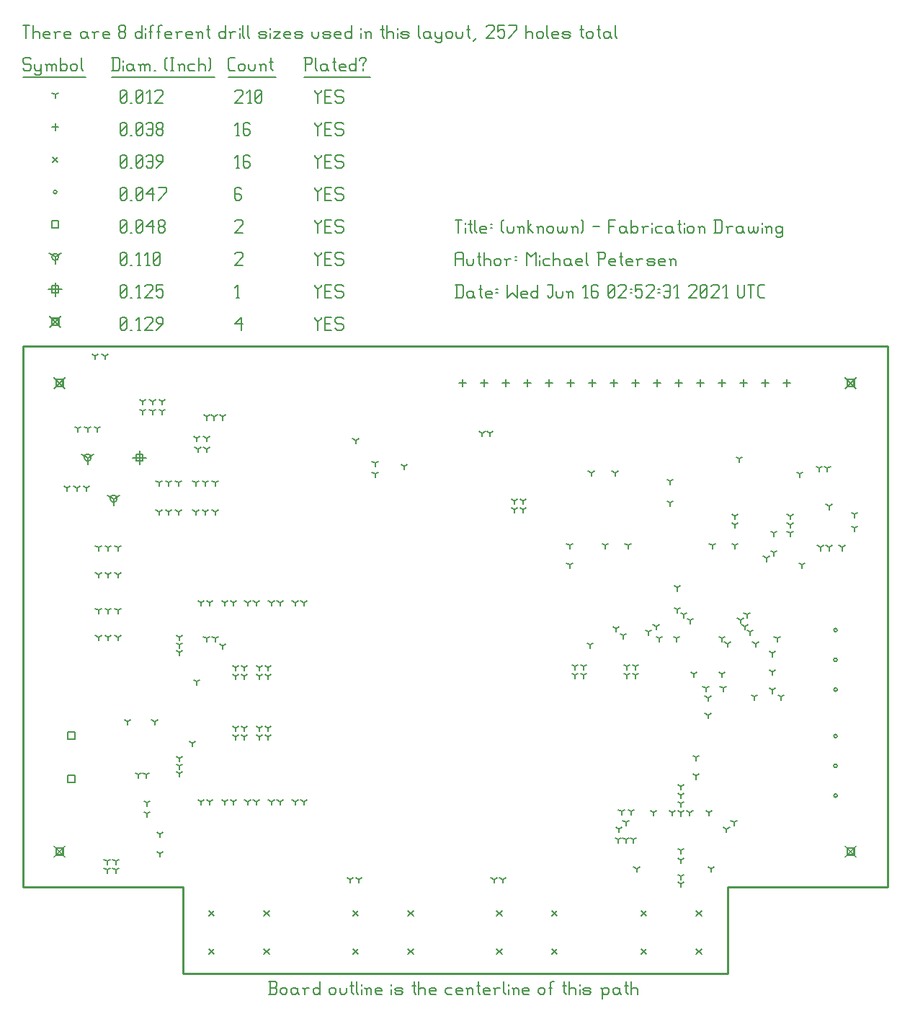
<source format=gbr>
G04 start of page 12 for group -3984 idx -3984 *
G04 Title: (unknown), fab *
G04 Creator: pcb 4.0.2 *
G04 CreationDate: Wed Jun 16 02:52:31 2021 UTC *
G04 For: railfan *
G04 Format: Gerber/RS-274X *
G04 PCB-Dimensions (mil): 4000.00 2900.00 *
G04 PCB-Coordinate-Origin: lower left *
%MOIN*%
%FSLAX25Y25*%
%LNFAB*%
%ADD86C,0.0100*%
%ADD85C,0.0060*%
%ADD84R,0.0080X0.0080*%
%ADD83C,0.0001*%
G54D83*G36*
X380600Y275966D02*X385966Y270600D01*
X385400Y270034D01*
X380034Y275400D01*
X380600Y275966D01*
G37*
G36*
X380034Y270600D02*X385400Y275966D01*
X385966Y275400D01*
X380600Y270034D01*
X380034Y270600D01*
G37*
G54D84*X381400Y274600D02*X384600D01*
X381400D02*Y271400D01*
X384600D01*
Y274600D02*Y271400D01*
G54D83*G36*
X14600Y59466D02*X19966Y54100D01*
X19400Y53534D01*
X14034Y58900D01*
X14600Y59466D01*
G37*
G36*
X14034Y54100D02*X19400Y59466D01*
X19966Y58900D01*
X14600Y53534D01*
X14034Y54100D01*
G37*
G54D84*X15400Y58100D02*X18600D01*
X15400D02*Y54900D01*
X18600D01*
Y58100D02*Y54900D01*
G54D83*G36*
X380600Y59466D02*X385966Y54100D01*
X385400Y53534D01*
X380034Y58900D01*
X380600Y59466D01*
G37*
G36*
X380034Y54100D02*X385400Y59466D01*
X385966Y58900D01*
X380600Y53534D01*
X380034Y54100D01*
G37*
G54D84*X381400Y58100D02*X384600D01*
X381400D02*Y54900D01*
X384600D01*
Y58100D02*Y54900D01*
G54D83*G36*
X14600Y275966D02*X19966Y270600D01*
X19400Y270034D01*
X14034Y275400D01*
X14600Y275966D01*
G37*
G36*
X14034Y270600D02*X19400Y275966D01*
X19966Y275400D01*
X14600Y270034D01*
X14034Y270600D01*
G37*
G54D84*X15400Y274600D02*X18600D01*
X15400D02*Y271400D01*
X18600D01*
Y274600D02*Y271400D01*
G54D83*G36*
X12600Y304216D02*X17966Y298850D01*
X17400Y298284D01*
X12034Y303650D01*
X12600Y304216D01*
G37*
G36*
X12034Y298850D02*X17400Y304216D01*
X17966Y303650D01*
X12600Y298284D01*
X12034Y298850D01*
G37*
G54D84*X13400Y302850D02*X16600D01*
X13400D02*Y299650D01*
X16600D01*
Y302850D02*Y299650D01*
G54D85*X135000Y303500D02*Y302750D01*
X136500Y301250D01*
X138000Y302750D01*
Y303500D02*Y302750D01*
X136500Y301250D02*Y297500D01*
X139800Y300500D02*X142050D01*
X139800Y297500D02*X142800D01*
X139800Y303500D02*Y297500D01*
Y303500D02*X142800D01*
X147600D02*X148350Y302750D01*
X145350Y303500D02*X147600D01*
X144600Y302750D02*X145350Y303500D01*
X144600Y302750D02*Y301250D01*
X145350Y300500D01*
X147600D01*
X148350Y299750D01*
Y298250D01*
X147600Y297500D02*X148350Y298250D01*
X145350Y297500D02*X147600D01*
X144600Y298250D02*X145350Y297500D01*
X98000Y300500D02*X101000Y303500D01*
X98000Y300500D02*X101750D01*
X101000Y303500D02*Y297500D01*
X45000Y298250D02*X45750Y297500D01*
X45000Y302750D02*Y298250D01*
Y302750D02*X45750Y303500D01*
X47250D01*
X48000Y302750D01*
Y298250D01*
X47250Y297500D02*X48000Y298250D01*
X45750Y297500D02*X47250D01*
X45000Y299000D02*X48000Y302000D01*
X49800Y297500D02*X50550D01*
X53100D02*X54600D01*
X53850Y303500D02*Y297500D01*
X52350Y302000D02*X53850Y303500D01*
X56400Y302750D02*X57150Y303500D01*
X59400D01*
X60150Y302750D01*
Y301250D01*
X56400Y297500D02*X60150Y301250D01*
X56400Y297500D02*X60150D01*
X61950D02*X64950Y300500D01*
Y302750D02*Y300500D01*
X64200Y303500D02*X64950Y302750D01*
X62700Y303500D02*X64200D01*
X61950Y302750D02*X62700Y303500D01*
X61950Y302750D02*Y301250D01*
X62700Y300500D01*
X64950D01*
X54000Y241700D02*Y235300D01*
X50800Y238500D02*X57200D01*
X52400Y240100D02*X55600D01*
X52400D02*Y236900D01*
X55600D01*
Y240100D02*Y236900D01*
X15000Y319450D02*Y313050D01*
X11800Y316250D02*X18200D01*
X13400Y317850D02*X16600D01*
X13400D02*Y314650D01*
X16600D01*
Y317850D02*Y314650D01*
X135000Y318500D02*Y317750D01*
X136500Y316250D01*
X138000Y317750D01*
Y318500D02*Y317750D01*
X136500Y316250D02*Y312500D01*
X139800Y315500D02*X142050D01*
X139800Y312500D02*X142800D01*
X139800Y318500D02*Y312500D01*
Y318500D02*X142800D01*
X147600D02*X148350Y317750D01*
X145350Y318500D02*X147600D01*
X144600Y317750D02*X145350Y318500D01*
X144600Y317750D02*Y316250D01*
X145350Y315500D01*
X147600D01*
X148350Y314750D01*
Y313250D01*
X147600Y312500D02*X148350Y313250D01*
X145350Y312500D02*X147600D01*
X144600Y313250D02*X145350Y312500D01*
X98750D02*X100250D01*
X99500Y318500D02*Y312500D01*
X98000Y317000D02*X99500Y318500D01*
X45000Y313250D02*X45750Y312500D01*
X45000Y317750D02*Y313250D01*
Y317750D02*X45750Y318500D01*
X47250D01*
X48000Y317750D01*
Y313250D01*
X47250Y312500D02*X48000Y313250D01*
X45750Y312500D02*X47250D01*
X45000Y314000D02*X48000Y317000D01*
X49800Y312500D02*X50550D01*
X53100D02*X54600D01*
X53850Y318500D02*Y312500D01*
X52350Y317000D02*X53850Y318500D01*
X56400Y317750D02*X57150Y318500D01*
X59400D01*
X60150Y317750D01*
Y316250D01*
X56400Y312500D02*X60150Y316250D01*
X56400Y312500D02*X60150D01*
X61950Y318500D02*X64950D01*
X61950D02*Y315500D01*
X62700Y316250D01*
X64200D01*
X64950Y315500D01*
Y313250D01*
X64200Y312500D02*X64950Y313250D01*
X62700Y312500D02*X64200D01*
X61950Y313250D02*X62700Y312500D01*
X30000Y238500D02*Y235300D01*
Y238500D02*X32773Y240100D01*
X30000Y238500D02*X27227Y240100D01*
X28400Y238500D02*G75*G03X31600Y238500I1600J0D01*G01*
G75*G03X28400Y238500I-1600J0D01*G01*
X42000Y219500D02*Y216300D01*
Y219500D02*X44773Y221100D01*
X42000Y219500D02*X39227Y221100D01*
X40400Y219500D02*G75*G03X43600Y219500I1600J0D01*G01*
G75*G03X40400Y219500I-1600J0D01*G01*
X15000Y331250D02*Y328050D01*
Y331250D02*X17773Y332850D01*
X15000Y331250D02*X12227Y332850D01*
X13400Y331250D02*G75*G03X16600Y331250I1600J0D01*G01*
G75*G03X13400Y331250I-1600J0D01*G01*
X135000Y333500D02*Y332750D01*
X136500Y331250D01*
X138000Y332750D01*
Y333500D02*Y332750D01*
X136500Y331250D02*Y327500D01*
X139800Y330500D02*X142050D01*
X139800Y327500D02*X142800D01*
X139800Y333500D02*Y327500D01*
Y333500D02*X142800D01*
X147600D02*X148350Y332750D01*
X145350Y333500D02*X147600D01*
X144600Y332750D02*X145350Y333500D01*
X144600Y332750D02*Y331250D01*
X145350Y330500D01*
X147600D01*
X148350Y329750D01*
Y328250D01*
X147600Y327500D02*X148350Y328250D01*
X145350Y327500D02*X147600D01*
X144600Y328250D02*X145350Y327500D01*
X98000Y332750D02*X98750Y333500D01*
X101000D01*
X101750Y332750D01*
Y331250D01*
X98000Y327500D02*X101750Y331250D01*
X98000Y327500D02*X101750D01*
X45000Y328250D02*X45750Y327500D01*
X45000Y332750D02*Y328250D01*
Y332750D02*X45750Y333500D01*
X47250D01*
X48000Y332750D01*
Y328250D01*
X47250Y327500D02*X48000Y328250D01*
X45750Y327500D02*X47250D01*
X45000Y329000D02*X48000Y332000D01*
X49800Y327500D02*X50550D01*
X53100D02*X54600D01*
X53850Y333500D02*Y327500D01*
X52350Y332000D02*X53850Y333500D01*
X57150Y327500D02*X58650D01*
X57900Y333500D02*Y327500D01*
X56400Y332000D02*X57900Y333500D01*
X60450Y328250D02*X61200Y327500D01*
X60450Y332750D02*Y328250D01*
Y332750D02*X61200Y333500D01*
X62700D01*
X63450Y332750D01*
Y328250D01*
X62700Y327500D02*X63450Y328250D01*
X61200Y327500D02*X62700D01*
X60450Y329000D02*X63450Y332000D01*
X20900Y111600D02*X24100D01*
X20900D02*Y108400D01*
X24100D01*
Y111600D02*Y108400D01*
X20900Y91600D02*X24100D01*
X20900D02*Y88400D01*
X24100D01*
Y91600D02*Y88400D01*
X13400Y347850D02*X16600D01*
X13400D02*Y344650D01*
X16600D01*
Y347850D02*Y344650D01*
X135000Y348500D02*Y347750D01*
X136500Y346250D01*
X138000Y347750D01*
Y348500D02*Y347750D01*
X136500Y346250D02*Y342500D01*
X139800Y345500D02*X142050D01*
X139800Y342500D02*X142800D01*
X139800Y348500D02*Y342500D01*
Y348500D02*X142800D01*
X147600D02*X148350Y347750D01*
X145350Y348500D02*X147600D01*
X144600Y347750D02*X145350Y348500D01*
X144600Y347750D02*Y346250D01*
X145350Y345500D01*
X147600D01*
X148350Y344750D01*
Y343250D01*
X147600Y342500D02*X148350Y343250D01*
X145350Y342500D02*X147600D01*
X144600Y343250D02*X145350Y342500D01*
X98000Y347750D02*X98750Y348500D01*
X101000D01*
X101750Y347750D01*
Y346250D01*
X98000Y342500D02*X101750Y346250D01*
X98000Y342500D02*X101750D01*
X45000Y343250D02*X45750Y342500D01*
X45000Y347750D02*Y343250D01*
Y347750D02*X45750Y348500D01*
X47250D01*
X48000Y347750D01*
Y343250D01*
X47250Y342500D02*X48000Y343250D01*
X45750Y342500D02*X47250D01*
X45000Y344000D02*X48000Y347000D01*
X49800Y342500D02*X50550D01*
X52350Y343250D02*X53100Y342500D01*
X52350Y347750D02*Y343250D01*
Y347750D02*X53100Y348500D01*
X54600D01*
X55350Y347750D01*
Y343250D01*
X54600Y342500D02*X55350Y343250D01*
X53100Y342500D02*X54600D01*
X52350Y344000D02*X55350Y347000D01*
X57150Y345500D02*X60150Y348500D01*
X57150Y345500D02*X60900D01*
X60150Y348500D02*Y342500D01*
X62700Y343250D02*X63450Y342500D01*
X62700Y344750D02*Y343250D01*
Y344750D02*X63450Y345500D01*
X64950D01*
X65700Y344750D01*
Y343250D01*
X64950Y342500D02*X65700Y343250D01*
X63450Y342500D02*X64950D01*
X62700Y346250D02*X63450Y345500D01*
X62700Y347750D02*Y346250D01*
Y347750D02*X63450Y348500D01*
X64950D01*
X65700Y347750D01*
Y346250D01*
X64950Y345500D02*X65700Y346250D01*
X375200Y82220D02*G75*G03X376800Y82220I800J0D01*G01*
G75*G03X375200Y82220I-800J0D01*G01*
Y96000D02*G75*G03X376800Y96000I800J0D01*G01*
G75*G03X375200Y96000I-800J0D01*G01*
Y109779D02*G75*G03X376800Y109779I800J0D01*G01*
G75*G03X375200Y109779I-800J0D01*G01*
Y131220D02*G75*G03X376800Y131220I800J0D01*G01*
G75*G03X375200Y131220I-800J0D01*G01*
Y145000D02*G75*G03X376800Y145000I800J0D01*G01*
G75*G03X375200Y145000I-800J0D01*G01*
Y158779D02*G75*G03X376800Y158779I800J0D01*G01*
G75*G03X375200Y158779I-800J0D01*G01*
X14200Y361250D02*G75*G03X15800Y361250I800J0D01*G01*
G75*G03X14200Y361250I-800J0D01*G01*
X135000Y363500D02*Y362750D01*
X136500Y361250D01*
X138000Y362750D01*
Y363500D02*Y362750D01*
X136500Y361250D02*Y357500D01*
X139800Y360500D02*X142050D01*
X139800Y357500D02*X142800D01*
X139800Y363500D02*Y357500D01*
Y363500D02*X142800D01*
X147600D02*X148350Y362750D01*
X145350Y363500D02*X147600D01*
X144600Y362750D02*X145350Y363500D01*
X144600Y362750D02*Y361250D01*
X145350Y360500D01*
X147600D01*
X148350Y359750D01*
Y358250D01*
X147600Y357500D02*X148350Y358250D01*
X145350Y357500D02*X147600D01*
X144600Y358250D02*X145350Y357500D01*
X100250Y363500D02*X101000Y362750D01*
X98750Y363500D02*X100250D01*
X98000Y362750D02*X98750Y363500D01*
X98000Y362750D02*Y358250D01*
X98750Y357500D01*
X100250Y360500D02*X101000Y359750D01*
X98000Y360500D02*X100250D01*
X98750Y357500D02*X100250D01*
X101000Y358250D01*
Y359750D02*Y358250D01*
X45000D02*X45750Y357500D01*
X45000Y362750D02*Y358250D01*
Y362750D02*X45750Y363500D01*
X47250D01*
X48000Y362750D01*
Y358250D01*
X47250Y357500D02*X48000Y358250D01*
X45750Y357500D02*X47250D01*
X45000Y359000D02*X48000Y362000D01*
X49800Y357500D02*X50550D01*
X52350Y358250D02*X53100Y357500D01*
X52350Y362750D02*Y358250D01*
Y362750D02*X53100Y363500D01*
X54600D01*
X55350Y362750D01*
Y358250D01*
X54600Y357500D02*X55350Y358250D01*
X53100Y357500D02*X54600D01*
X52350Y359000D02*X55350Y362000D01*
X57150Y360500D02*X60150Y363500D01*
X57150Y360500D02*X60900D01*
X60150Y363500D02*Y357500D01*
X62700D02*X66450Y361250D01*
Y363500D02*Y361250D01*
X62700Y363500D02*X66450D01*
X111595Y11342D02*X113995Y8942D01*
X111595D02*X113995Y11342D01*
X86005D02*X88405Y8942D01*
X86005D02*X88405Y11342D01*
X111595Y29058D02*X113995Y26658D01*
X111595D02*X113995Y29058D01*
X86005D02*X88405Y26658D01*
X86005D02*X88405Y29058D01*
X178295Y11342D02*X180695Y8942D01*
X178295D02*X180695Y11342D01*
X152705D02*X155105Y8942D01*
X152705D02*X155105Y11342D01*
X178295Y29058D02*X180695Y26658D01*
X178295D02*X180695Y29058D01*
X152705D02*X155105Y26658D01*
X152705D02*X155105Y29058D01*
X244895Y11342D02*X247295Y8942D01*
X244895D02*X247295Y11342D01*
X219305D02*X221705Y8942D01*
X219305D02*X221705Y11342D01*
X244895Y29058D02*X247295Y26658D01*
X244895D02*X247295Y29058D01*
X219305D02*X221705Y26658D01*
X219305D02*X221705Y29058D01*
X311595Y11342D02*X313995Y8942D01*
X311595D02*X313995Y11342D01*
X286005D02*X288405Y8942D01*
X286005D02*X288405Y11342D01*
X311595Y29058D02*X313995Y26658D01*
X311595D02*X313995Y29058D01*
X286005D02*X288405Y26658D01*
X286005D02*X288405Y29058D01*
X13800Y377450D02*X16200Y375050D01*
X13800D02*X16200Y377450D01*
X135000Y378500D02*Y377750D01*
X136500Y376250D01*
X138000Y377750D01*
Y378500D02*Y377750D01*
X136500Y376250D02*Y372500D01*
X139800Y375500D02*X142050D01*
X139800Y372500D02*X142800D01*
X139800Y378500D02*Y372500D01*
Y378500D02*X142800D01*
X147600D02*X148350Y377750D01*
X145350Y378500D02*X147600D01*
X144600Y377750D02*X145350Y378500D01*
X144600Y377750D02*Y376250D01*
X145350Y375500D01*
X147600D01*
X148350Y374750D01*
Y373250D01*
X147600Y372500D02*X148350Y373250D01*
X145350Y372500D02*X147600D01*
X144600Y373250D02*X145350Y372500D01*
X98750D02*X100250D01*
X99500Y378500D02*Y372500D01*
X98000Y377000D02*X99500Y378500D01*
X104300D02*X105050Y377750D01*
X102800Y378500D02*X104300D01*
X102050Y377750D02*X102800Y378500D01*
X102050Y377750D02*Y373250D01*
X102800Y372500D01*
X104300Y375500D02*X105050Y374750D01*
X102050Y375500D02*X104300D01*
X102800Y372500D02*X104300D01*
X105050Y373250D01*
Y374750D02*Y373250D01*
X45000D02*X45750Y372500D01*
X45000Y377750D02*Y373250D01*
Y377750D02*X45750Y378500D01*
X47250D01*
X48000Y377750D01*
Y373250D01*
X47250Y372500D02*X48000Y373250D01*
X45750Y372500D02*X47250D01*
X45000Y374000D02*X48000Y377000D01*
X49800Y372500D02*X50550D01*
X52350Y373250D02*X53100Y372500D01*
X52350Y377750D02*Y373250D01*
Y377750D02*X53100Y378500D01*
X54600D01*
X55350Y377750D01*
Y373250D01*
X54600Y372500D02*X55350Y373250D01*
X53100Y372500D02*X54600D01*
X52350Y374000D02*X55350Y377000D01*
X57150Y377750D02*X57900Y378500D01*
X59400D01*
X60150Y377750D01*
Y373250D01*
X59400Y372500D02*X60150Y373250D01*
X57900Y372500D02*X59400D01*
X57150Y373250D02*X57900Y372500D01*
Y375500D02*X60150D01*
X61950Y372500D02*X64950Y375500D01*
Y377750D02*Y375500D01*
X64200Y378500D02*X64950Y377750D01*
X62700Y378500D02*X64200D01*
X61950Y377750D02*X62700Y378500D01*
X61950Y377750D02*Y376250D01*
X62700Y375500D01*
X64950D01*
X353500Y274600D02*Y271400D01*
X351900Y273000D02*X355100D01*
X343500Y274600D02*Y271400D01*
X341900Y273000D02*X345100D01*
X333500Y274600D02*Y271400D01*
X331900Y273000D02*X335100D01*
X323500Y274600D02*Y271400D01*
X321900Y273000D02*X325100D01*
X313500Y274600D02*Y271400D01*
X311900Y273000D02*X315100D01*
X303500Y274600D02*Y271400D01*
X301900Y273000D02*X305100D01*
X293500Y274600D02*Y271400D01*
X291900Y273000D02*X295100D01*
X283500Y274600D02*Y271400D01*
X281900Y273000D02*X285100D01*
X273500Y274600D02*Y271400D01*
X271900Y273000D02*X275100D01*
X263500Y274600D02*Y271400D01*
X261900Y273000D02*X265100D01*
X253500Y274600D02*Y271400D01*
X251900Y273000D02*X255100D01*
X243500Y274600D02*Y271400D01*
X241900Y273000D02*X245100D01*
X233500Y274600D02*Y271400D01*
X231900Y273000D02*X235100D01*
X223500Y274600D02*Y271400D01*
X221900Y273000D02*X225100D01*
X213500Y274600D02*Y271400D01*
X211900Y273000D02*X215100D01*
X203500Y274600D02*Y271400D01*
X201900Y273000D02*X205100D01*
X15000Y392850D02*Y389650D01*
X13400Y391250D02*X16600D01*
X135000Y393500D02*Y392750D01*
X136500Y391250D01*
X138000Y392750D01*
Y393500D02*Y392750D01*
X136500Y391250D02*Y387500D01*
X139800Y390500D02*X142050D01*
X139800Y387500D02*X142800D01*
X139800Y393500D02*Y387500D01*
Y393500D02*X142800D01*
X147600D02*X148350Y392750D01*
X145350Y393500D02*X147600D01*
X144600Y392750D02*X145350Y393500D01*
X144600Y392750D02*Y391250D01*
X145350Y390500D01*
X147600D01*
X148350Y389750D01*
Y388250D01*
X147600Y387500D02*X148350Y388250D01*
X145350Y387500D02*X147600D01*
X144600Y388250D02*X145350Y387500D01*
X98750D02*X100250D01*
X99500Y393500D02*Y387500D01*
X98000Y392000D02*X99500Y393500D01*
X104300D02*X105050Y392750D01*
X102800Y393500D02*X104300D01*
X102050Y392750D02*X102800Y393500D01*
X102050Y392750D02*Y388250D01*
X102800Y387500D01*
X104300Y390500D02*X105050Y389750D01*
X102050Y390500D02*X104300D01*
X102800Y387500D02*X104300D01*
X105050Y388250D01*
Y389750D02*Y388250D01*
X45000D02*X45750Y387500D01*
X45000Y392750D02*Y388250D01*
Y392750D02*X45750Y393500D01*
X47250D01*
X48000Y392750D01*
Y388250D01*
X47250Y387500D02*X48000Y388250D01*
X45750Y387500D02*X47250D01*
X45000Y389000D02*X48000Y392000D01*
X49800Y387500D02*X50550D01*
X52350Y388250D02*X53100Y387500D01*
X52350Y392750D02*Y388250D01*
Y392750D02*X53100Y393500D01*
X54600D01*
X55350Y392750D01*
Y388250D01*
X54600Y387500D02*X55350Y388250D01*
X53100Y387500D02*X54600D01*
X52350Y389000D02*X55350Y392000D01*
X57150Y392750D02*X57900Y393500D01*
X59400D01*
X60150Y392750D01*
Y388250D01*
X59400Y387500D02*X60150Y388250D01*
X57900Y387500D02*X59400D01*
X57150Y388250D02*X57900Y387500D01*
Y390500D02*X60150D01*
X61950Y388250D02*X62700Y387500D01*
X61950Y389750D02*Y388250D01*
Y389750D02*X62700Y390500D01*
X64200D01*
X64950Y389750D01*
Y388250D01*
X64200Y387500D02*X64950Y388250D01*
X62700Y387500D02*X64200D01*
X61950Y391250D02*X62700Y390500D01*
X61950Y392750D02*Y391250D01*
Y392750D02*X62700Y393500D01*
X64200D01*
X64950Y392750D01*
Y391250D01*
X64200Y390500D02*X64950Y391250D01*
X212600Y249800D02*Y248200D01*
Y249800D02*X213987Y250600D01*
X212600Y249800D02*X211213Y250600D01*
X216200Y249800D02*Y248200D01*
Y249800D02*X217587Y250600D01*
X216200Y249800D02*X214813Y250600D01*
X85100Y257400D02*Y255800D01*
Y257400D02*X86487Y258200D01*
X85100Y257400D02*X83713Y258200D01*
X92400Y257400D02*Y255800D01*
Y257400D02*X93787Y258200D01*
X92400Y257400D02*X91013Y258200D01*
X88600Y257400D02*Y255800D01*
Y257400D02*X89987Y258200D01*
X88600Y257400D02*X87213Y258200D01*
X84500Y213500D02*Y211900D01*
Y213500D02*X85887Y214300D01*
X84500Y213500D02*X83113Y214300D01*
X80000Y213500D02*Y211900D01*
Y213500D02*X81387Y214300D01*
X80000Y213500D02*X78613Y214300D01*
X84500Y227000D02*Y225400D01*
Y227000D02*X85887Y227800D01*
X84500Y227000D02*X83113Y227800D01*
X89000Y227000D02*Y225400D01*
Y227000D02*X90387Y227800D01*
X89000Y227000D02*X87613Y227800D01*
X80000Y227000D02*Y225400D01*
Y227000D02*X81387Y227800D01*
X80000Y227000D02*X78613Y227800D01*
X85000Y247500D02*Y245900D01*
Y247500D02*X86387Y248300D01*
X85000Y247500D02*X83613Y248300D01*
X80500Y247500D02*Y245900D01*
Y247500D02*X81887Y248300D01*
X80500Y247500D02*X79113Y248300D01*
X81000Y242500D02*Y240900D01*
Y242500D02*X82387Y243300D01*
X81000Y242500D02*X79613Y243300D01*
X85000Y242500D02*Y240900D01*
Y242500D02*X86387Y243300D01*
X85000Y242500D02*X83613Y243300D01*
X163000Y236000D02*Y234400D01*
Y236000D02*X164387Y236800D01*
X163000Y236000D02*X161613Y236800D01*
X163000Y231000D02*Y229400D01*
Y231000D02*X164387Y231800D01*
X163000Y231000D02*X161613Y231800D01*
X102500Y137500D02*Y135900D01*
Y137500D02*X103887Y138300D01*
X102500Y137500D02*X101113Y138300D01*
X109500Y137500D02*Y135900D01*
Y137500D02*X110887Y138300D01*
X109500Y137500D02*X108113Y138300D01*
X98500Y137500D02*Y135900D01*
Y137500D02*X99887Y138300D01*
X98500Y137500D02*X97113Y138300D01*
X113500Y137500D02*Y135900D01*
Y137500D02*X114887Y138300D01*
X113500Y137500D02*X112113Y138300D01*
X102500Y113500D02*Y111900D01*
Y113500D02*X103887Y114300D01*
X102500Y113500D02*X101113Y114300D01*
X109500Y113500D02*Y111900D01*
Y113500D02*X110887Y114300D01*
X109500Y113500D02*X108113Y114300D01*
X98500Y113500D02*Y111900D01*
Y113500D02*X99887Y114300D01*
X98500Y113500D02*X97113Y114300D01*
X113500Y113500D02*Y111900D01*
Y113500D02*X114887Y114300D01*
X113500Y113500D02*X112113Y114300D01*
X102500Y109500D02*Y107900D01*
Y109500D02*X103887Y110300D01*
X102500Y109500D02*X101113Y110300D01*
X109500Y109500D02*Y107900D01*
Y109500D02*X110887Y110300D01*
X109500Y109500D02*X108113Y110300D01*
X98500Y109500D02*Y107900D01*
Y109500D02*X99887Y110300D01*
X98500Y109500D02*X97113Y110300D01*
X113500Y109500D02*Y107900D01*
Y109500D02*X114887Y110300D01*
X113500Y109500D02*X112113Y110300D01*
X102500Y141500D02*Y139900D01*
Y141500D02*X103887Y142300D01*
X102500Y141500D02*X101113Y142300D01*
X109500Y141500D02*Y139900D01*
Y141500D02*X110887Y142300D01*
X109500Y141500D02*X108113Y142300D01*
X98500Y141500D02*Y139900D01*
Y141500D02*X99887Y142300D01*
X98500Y141500D02*X97113Y142300D01*
X113500Y141500D02*Y139900D01*
Y141500D02*X114887Y142300D01*
X113500Y141500D02*X112113Y142300D01*
X86500Y79500D02*Y77900D01*
Y79500D02*X87887Y80300D01*
X86500Y79500D02*X85113Y80300D01*
X93500Y79500D02*Y77900D01*
Y79500D02*X94887Y80300D01*
X93500Y79500D02*X92113Y80300D01*
X82500Y79500D02*Y77900D01*
Y79500D02*X83887Y80300D01*
X82500Y79500D02*X81113Y80300D01*
X97500Y79500D02*Y77900D01*
Y79500D02*X98887Y80300D01*
X97500Y79500D02*X96113Y80300D01*
X108000Y79500D02*Y77900D01*
Y79500D02*X109387Y80300D01*
X108000Y79500D02*X106613Y80300D01*
X115000Y79500D02*Y77900D01*
Y79500D02*X116387Y80300D01*
X115000Y79500D02*X113613Y80300D01*
X104000Y79500D02*Y77900D01*
Y79500D02*X105387Y80300D01*
X104000Y79500D02*X102613Y80300D01*
X119000Y79500D02*Y77900D01*
Y79500D02*X120387Y80300D01*
X119000Y79500D02*X117613Y80300D01*
X126000Y79500D02*Y77900D01*
Y79500D02*X127387Y80300D01*
X126000Y79500D02*X124613Y80300D01*
X130000Y79500D02*Y77900D01*
Y79500D02*X131387Y80300D01*
X130000Y79500D02*X128613Y80300D01*
X60000Y264500D02*Y262900D01*
Y264500D02*X61387Y265300D01*
X60000Y264500D02*X58613Y265300D01*
X64500Y264500D02*Y262900D01*
Y264500D02*X65887Y265300D01*
X64500Y264500D02*X63113Y265300D01*
X55500Y264500D02*Y262900D01*
Y264500D02*X56887Y265300D01*
X55500Y264500D02*X54113Y265300D01*
X67500Y227000D02*Y225400D01*
Y227000D02*X68887Y227800D01*
X67500Y227000D02*X66113Y227800D01*
X72000Y227000D02*Y225400D01*
Y227000D02*X73387Y227800D01*
X72000Y227000D02*X70613Y227800D01*
X63000Y227000D02*Y225400D01*
Y227000D02*X64387Y227800D01*
X63000Y227000D02*X61613Y227800D01*
X67500Y213500D02*Y211900D01*
Y213500D02*X68887Y214300D01*
X67500Y213500D02*X66113Y214300D01*
X72000Y213500D02*Y211900D01*
Y213500D02*X73387Y214300D01*
X72000Y213500D02*X70613Y214300D01*
X63000Y213500D02*Y211900D01*
Y213500D02*X64387Y214300D01*
X63000Y213500D02*X61613Y214300D01*
X39500Y184500D02*Y182900D01*
Y184500D02*X40887Y185300D01*
X39500Y184500D02*X38113Y185300D01*
X44000Y184500D02*Y182900D01*
Y184500D02*X45387Y185300D01*
X44000Y184500D02*X42613Y185300D01*
X35000Y184500D02*Y182900D01*
Y184500D02*X36387Y185300D01*
X35000Y184500D02*X33613Y185300D01*
X39500Y155500D02*Y153900D01*
Y155500D02*X40887Y156300D01*
X39500Y155500D02*X38113Y156300D01*
X44000Y155500D02*Y153900D01*
Y155500D02*X45387Y156300D01*
X44000Y155500D02*X42613Y156300D01*
X35000Y155500D02*Y153900D01*
Y155500D02*X36387Y156300D01*
X35000Y155500D02*X33613Y156300D01*
X39500Y168000D02*Y166400D01*
Y168000D02*X40887Y168800D01*
X39500Y168000D02*X38113Y168800D01*
X44000Y168000D02*Y166400D01*
Y168000D02*X45387Y168800D01*
X44000Y168000D02*X42613Y168800D01*
X35000Y168000D02*Y166400D01*
Y168000D02*X36387Y168800D01*
X35000Y168000D02*X33613Y168800D01*
X39500Y197000D02*Y195400D01*
Y197000D02*X40887Y197800D01*
X39500Y197000D02*X38113Y197800D01*
X44000Y197000D02*Y195400D01*
Y197000D02*X45387Y197800D01*
X44000Y197000D02*X42613Y197800D01*
X35000Y197000D02*Y195400D01*
Y197000D02*X36387Y197800D01*
X35000Y197000D02*X33613Y197800D01*
X60000Y260000D02*Y258400D01*
Y260000D02*X61387Y260800D01*
X60000Y260000D02*X58613Y260800D01*
X64500Y260000D02*Y258400D01*
Y260000D02*X65887Y260800D01*
X64500Y260000D02*X63113Y260800D01*
X55500Y260000D02*Y258400D01*
Y260000D02*X56887Y260800D01*
X55500Y260000D02*X54113Y260800D01*
X86500Y171500D02*Y169900D01*
Y171500D02*X87887Y172300D01*
X86500Y171500D02*X85113Y172300D01*
X93500Y171500D02*Y169900D01*
Y171500D02*X94887Y172300D01*
X93500Y171500D02*X92113Y172300D01*
X82500Y171500D02*Y169900D01*
Y171500D02*X83887Y172300D01*
X82500Y171500D02*X81113Y172300D01*
X97500Y171500D02*Y169900D01*
Y171500D02*X98887Y172300D01*
X97500Y171500D02*X96113Y172300D01*
X108000Y171500D02*Y169900D01*
Y171500D02*X109387Y172300D01*
X108000Y171500D02*X106613Y172300D01*
X115000Y171500D02*Y169900D01*
Y171500D02*X116387Y172300D01*
X115000Y171500D02*X113613Y172300D01*
X104000Y171500D02*Y169900D01*
Y171500D02*X105387Y172300D01*
X104000Y171500D02*X102613Y172300D01*
X119000Y171500D02*Y169900D01*
Y171500D02*X120387Y172300D01*
X119000Y171500D02*X117613Y172300D01*
X126000Y171500D02*Y169900D01*
Y171500D02*X127387Y172300D01*
X126000Y171500D02*X124613Y172300D01*
X130000Y171500D02*Y169900D01*
Y171500D02*X131387Y172300D01*
X130000Y171500D02*X128613Y172300D01*
X57500Y74000D02*Y72400D01*
Y74000D02*X58887Y74800D01*
X57500Y74000D02*X56113Y74800D01*
X89000Y213500D02*Y211900D01*
Y213500D02*X90387Y214300D01*
X89000Y213500D02*X87613Y214300D01*
X57500Y79000D02*Y77400D01*
Y79000D02*X58887Y79800D01*
X57500Y79000D02*X56113Y79800D01*
X30000Y252000D02*Y250400D01*
Y252000D02*X31387Y252800D01*
X30000Y252000D02*X28613Y252800D01*
X34500Y252000D02*Y250400D01*
Y252000D02*X35887Y252800D01*
X34500Y252000D02*X33113Y252800D01*
X25500Y252000D02*Y250400D01*
Y252000D02*X26887Y252800D01*
X25500Y252000D02*X24113Y252800D01*
X25000Y224500D02*Y222900D01*
Y224500D02*X26387Y225300D01*
X25000Y224500D02*X23613Y225300D01*
X29500Y224500D02*Y222900D01*
Y224500D02*X30887Y225300D01*
X29500Y224500D02*X28113Y225300D01*
X20500Y224500D02*Y222900D01*
Y224500D02*X21887Y225300D01*
X20500Y224500D02*X19113Y225300D01*
X38000Y285500D02*Y283900D01*
Y285500D02*X39387Y286300D01*
X38000Y285500D02*X36613Y286300D01*
X33500Y285500D02*Y283900D01*
Y285500D02*X34887Y286300D01*
X33500Y285500D02*X32113Y286300D01*
X72500Y99500D02*Y97900D01*
Y99500D02*X73887Y100300D01*
X72500Y99500D02*X71113Y100300D01*
X72500Y96000D02*Y94400D01*
Y96000D02*X73887Y96800D01*
X72500Y96000D02*X71113Y96800D01*
X72500Y92500D02*Y90900D01*
Y92500D02*X73887Y93300D01*
X72500Y92500D02*X71113Y93300D01*
X302700Y168300D02*Y166700D01*
Y168300D02*X304087Y169100D01*
X302700Y168300D02*X301313Y169100D01*
X329400Y198000D02*Y196400D01*
Y198000D02*X330787Y198800D01*
X329400Y198000D02*X328013Y198800D01*
X299500Y227700D02*Y226100D01*
Y227700D02*X300887Y228500D01*
X299500Y227700D02*X298113Y228500D01*
X280000Y198000D02*Y196400D01*
Y198000D02*X281387Y198800D01*
X280000Y198000D02*X278613Y198800D01*
X269500Y198000D02*Y196400D01*
Y198000D02*X270887Y198800D01*
X269500Y198000D02*X268113Y198800D01*
X302700Y178400D02*Y176800D01*
Y178400D02*X304087Y179200D01*
X302700Y178400D02*X301313Y179200D01*
X299500Y217600D02*Y216000D01*
Y217600D02*X300887Y218400D01*
X299500Y217600D02*X298113Y218400D01*
X319000Y198000D02*Y196400D01*
Y198000D02*X320387Y198800D01*
X319000Y198000D02*X317613Y198800D01*
X253000Y198000D02*Y196400D01*
Y198000D02*X254387Y198800D01*
X253000Y198000D02*X251613Y198800D01*
X253000Y189000D02*Y187400D01*
Y189000D02*X254387Y189800D01*
X253000Y189000D02*X251613Y189800D01*
X263000Y231500D02*Y229900D01*
Y231500D02*X264387Y232300D01*
X263000Y231500D02*X261613Y232300D01*
X274000Y231500D02*Y229900D01*
Y231500D02*X275387Y232300D01*
X274000Y231500D02*X272613Y232300D01*
X154000Y246500D02*Y244900D01*
Y246500D02*X155387Y247300D01*
X154000Y246500D02*X152613Y247300D01*
X176500Y234500D02*Y232900D01*
Y234500D02*X177887Y235300D01*
X176500Y234500D02*X175113Y235300D01*
X317000Y119500D02*Y117900D01*
Y119500D02*X318387Y120300D01*
X317000Y119500D02*X315613Y120300D01*
X317000Y127500D02*Y125900D01*
Y127500D02*X318387Y128300D01*
X317000Y127500D02*X315613Y128300D01*
X316000Y132000D02*Y130400D01*
Y132000D02*X317387Y132800D01*
X316000Y132000D02*X314613Y132800D01*
X305800Y166000D02*Y164400D01*
Y166000D02*X307187Y166800D01*
X305800Y166000D02*X304413Y166800D01*
X308900Y163300D02*Y161700D01*
Y163300D02*X310287Y164100D01*
X308900Y163300D02*X307513Y164100D01*
X304500Y82500D02*Y80900D01*
Y82500D02*X305887Y83300D01*
X304500Y82500D02*X303113Y83300D01*
X304500Y78700D02*Y77100D01*
Y78700D02*X305887Y79500D01*
X304500Y78700D02*X303113Y79500D01*
X304500Y86500D02*Y84900D01*
Y86500D02*X305887Y87300D01*
X304500Y86500D02*X303113Y87300D01*
X308600Y74500D02*Y72900D01*
Y74500D02*X309987Y75300D01*
X308600Y74500D02*X307213Y75300D01*
X300400Y74500D02*Y72900D01*
Y74500D02*X301787Y75300D01*
X300400Y74500D02*X299013Y75300D01*
X291700Y74500D02*Y72900D01*
Y74500D02*X293087Y75300D01*
X291700Y74500D02*X290313Y75300D01*
X317500Y74500D02*Y72900D01*
Y74500D02*X318887Y75300D01*
X317500Y74500D02*X316113Y75300D01*
X311500Y100000D02*Y98400D01*
Y100000D02*X312887Y100800D01*
X311500Y100000D02*X310113Y100800D01*
X284000Y48500D02*Y46900D01*
Y48500D02*X285387Y49300D01*
X284000Y48500D02*X282613Y49300D01*
X318500Y48500D02*Y46900D01*
Y48500D02*X319887Y49300D01*
X318500Y48500D02*X317113Y49300D01*
X304500Y74400D02*Y72800D01*
Y74400D02*X305887Y75200D01*
X304500Y74400D02*X303113Y75200D01*
X274500Y159500D02*Y157900D01*
Y159500D02*X275887Y160300D01*
X274500Y159500D02*X273113Y160300D01*
X277800Y156300D02*Y154700D01*
Y156300D02*X279187Y157100D01*
X277800Y156300D02*X276413Y157100D01*
X282500Y62000D02*Y60400D01*
Y62000D02*X283887Y62800D01*
X282500Y62000D02*X281113Y62800D01*
X279000Y62000D02*Y60400D01*
Y62000D02*X280387Y62800D01*
X279000Y62000D02*X277613Y62800D01*
X275500Y62000D02*Y60400D01*
Y62000D02*X276887Y62800D01*
X275500Y62000D02*X274113Y62800D01*
X262500Y152000D02*Y150400D01*
Y152000D02*X263887Y152800D01*
X262500Y152000D02*X261113Y152800D01*
X294500Y155000D02*Y153400D01*
Y155000D02*X295887Y155800D01*
X294500Y155000D02*X293113Y155800D01*
X355000Y207500D02*Y205900D01*
Y207500D02*X356387Y208300D01*
X355000Y207500D02*X353613Y208300D01*
X279500Y142000D02*Y140400D01*
Y142000D02*X280887Y142800D01*
X279500Y142000D02*X278113Y142800D01*
X283500Y142000D02*Y140400D01*
Y142000D02*X284887Y142800D01*
X283500Y142000D02*X282113Y142800D01*
X279500Y138000D02*Y136400D01*
Y138000D02*X280887Y138800D01*
X279500Y138000D02*X278113Y138800D01*
X283500Y138000D02*Y136400D01*
Y138000D02*X284887Y138800D01*
X283500Y138000D02*X282113Y138800D01*
X255500Y142000D02*Y140400D01*
Y142000D02*X256887Y142800D01*
X255500Y142000D02*X254113Y142800D01*
X259500Y142000D02*Y140400D01*
Y142000D02*X260887Y142800D01*
X259500Y142000D02*X258113Y142800D01*
X255500Y138000D02*Y136400D01*
Y138000D02*X256887Y138800D01*
X255500Y138000D02*X254113Y138800D01*
X259500Y138000D02*Y136400D01*
Y138000D02*X260887Y138800D01*
X259500Y138000D02*X258113Y138800D01*
X277000Y75000D02*Y73400D01*
Y75000D02*X278387Y75800D01*
X277000Y75000D02*X275613Y75800D01*
X227500Y218500D02*Y216900D01*
Y218500D02*X228887Y219300D01*
X227500Y218500D02*X226113Y219300D01*
X231500Y218500D02*Y216900D01*
Y218500D02*X232887Y219300D01*
X231500Y218500D02*X230113Y219300D01*
X227500Y214500D02*Y212900D01*
Y214500D02*X228887Y215300D01*
X227500Y214500D02*X226113Y215300D01*
X231500Y214500D02*Y212900D01*
Y214500D02*X232887Y215300D01*
X231500Y214500D02*X230113Y215300D01*
X39000Y52000D02*Y50400D01*
Y52000D02*X40387Y52800D01*
X39000Y52000D02*X37613Y52800D01*
X43000Y52000D02*Y50400D01*
Y52000D02*X44387Y52800D01*
X43000Y52000D02*X41613Y52800D01*
X39000Y48000D02*Y46400D01*
Y48000D02*X40387Y48800D01*
X39000Y48000D02*X37613Y48800D01*
X43000Y48000D02*Y46400D01*
Y48000D02*X44387Y48800D01*
X43000Y48000D02*X41613Y48800D01*
X218000Y43500D02*Y41900D01*
Y43500D02*X219387Y44300D01*
X218000Y43500D02*X216613Y44300D01*
X222000Y43500D02*Y41900D01*
Y43500D02*X223387Y44300D01*
X222000Y43500D02*X220613Y44300D01*
X151500Y43500D02*Y41900D01*
Y43500D02*X152887Y44300D01*
X151500Y43500D02*X150113Y44300D01*
X155500Y43500D02*Y41900D01*
Y43500D02*X156887Y44300D01*
X155500Y43500D02*X154113Y44300D01*
X329500Y207500D02*Y205900D01*
Y207500D02*X330887Y208300D01*
X329500Y207500D02*X328113Y208300D01*
X63500Y64500D02*Y62900D01*
Y64500D02*X64887Y65300D01*
X63500Y64500D02*X62113Y65300D01*
X63500Y55500D02*Y53900D01*
Y55500D02*X64887Y56300D01*
X63500Y55500D02*X62113Y56300D01*
X289500Y158000D02*Y156400D01*
Y158000D02*X290887Y158800D01*
X289500Y158000D02*X288113Y158800D01*
X293000Y160500D02*Y158900D01*
Y160500D02*X294387Y161300D01*
X293000Y160500D02*X291613Y161300D01*
X329000Y70000D02*Y68400D01*
Y70000D02*X330387Y70800D01*
X329000Y70000D02*X327613Y70800D01*
X325600Y66800D02*Y65200D01*
Y66800D02*X326987Y67600D01*
X325600Y66800D02*X324213Y67600D01*
X275700Y66800D02*Y65200D01*
Y66800D02*X277087Y67600D01*
X275700Y66800D02*X274313Y67600D01*
X279000Y70000D02*Y68400D01*
Y70000D02*X280387Y70800D01*
X279000Y70000D02*X277613Y70800D01*
X281500Y75000D02*Y73400D01*
Y75000D02*X282887Y75800D01*
X281500Y75000D02*X280113Y75800D01*
X78500Y106500D02*Y104900D01*
Y106500D02*X79887Y107300D01*
X78500Y106500D02*X77113Y107300D01*
X80500Y135000D02*Y133400D01*
Y135000D02*X81887Y135800D01*
X80500Y135000D02*X79113Y135800D01*
X329500Y211500D02*Y209900D01*
Y211500D02*X330887Y212300D01*
X329500Y211500D02*X328113Y212300D01*
X355000Y211500D02*Y209900D01*
Y211500D02*X356387Y212300D01*
X355000Y211500D02*X353613Y212300D01*
X336500Y158000D02*Y156400D01*
Y158000D02*X337887Y158800D01*
X336500Y158000D02*X335113Y158800D01*
X335000Y166000D02*Y164400D01*
Y166000D02*X336387Y166800D01*
X335000Y166000D02*X333613Y166800D01*
X304500Y41500D02*Y39900D01*
Y41500D02*X305887Y42300D01*
X304500Y41500D02*X303113Y42300D01*
X304500Y45000D02*Y43400D01*
Y45000D02*X305887Y45800D01*
X304500Y45000D02*X303113Y45800D01*
X304500Y52500D02*Y50900D01*
Y52500D02*X305887Y53300D01*
X304500Y52500D02*X303113Y53300D01*
X304500Y57000D02*Y55400D01*
Y57000D02*X305887Y57800D01*
X304500Y57000D02*X303113Y57800D01*
X331500Y238000D02*Y236400D01*
Y238000D02*X332887Y238800D01*
X331500Y238000D02*X330113Y238800D01*
X368506Y233594D02*Y231994D01*
Y233594D02*X369892Y234394D01*
X368506Y233594D02*X367119Y234394D01*
X372300Y233600D02*Y232000D01*
Y233600D02*X373687Y234400D01*
X372300Y233600D02*X370913Y234400D01*
X384700Y212200D02*Y210600D01*
Y212200D02*X386087Y213000D01*
X384700Y212200D02*X383313Y213000D01*
X384700Y206000D02*Y204400D01*
Y206000D02*X386087Y206800D01*
X384700Y206000D02*X383313Y206800D01*
X347500Y194600D02*Y193000D01*
Y194600D02*X348887Y195400D01*
X347500Y194600D02*X346113Y195400D01*
X369000Y197100D02*Y195500D01*
Y197100D02*X370387Y197900D01*
X369000Y197100D02*X367613Y197900D01*
X379000Y197100D02*Y195500D01*
Y197100D02*X380387Y197900D01*
X379000Y197100D02*X377613Y197900D01*
X344000Y192100D02*Y190500D01*
Y192100D02*X345387Y192900D01*
X344000Y192100D02*X342613Y192900D01*
X373000Y197100D02*Y195500D01*
Y197100D02*X374387Y197900D01*
X373000Y197100D02*X371613Y197900D01*
X373000Y216100D02*Y214500D01*
Y216100D02*X374387Y216900D01*
X373000Y216100D02*X371613Y216900D01*
X355000Y203600D02*Y202000D01*
Y203600D02*X356387Y204400D01*
X355000Y203600D02*X353613Y204400D01*
X347500Y203600D02*Y202000D01*
Y203600D02*X348887Y204400D01*
X347500Y203600D02*X346113Y204400D01*
X359500Y231000D02*Y229400D01*
Y231000D02*X360887Y231800D01*
X359500Y231000D02*X358113Y231800D01*
X360500Y189000D02*Y187400D01*
Y189000D02*X361887Y189800D01*
X360500Y189000D02*X359113Y189800D01*
X338500Y128000D02*Y126400D01*
Y128000D02*X339887Y128800D01*
X338500Y128000D02*X337113Y128800D01*
X332000Y163500D02*Y161900D01*
Y163500D02*X333387Y164300D01*
X332000Y163500D02*X330613Y164300D01*
X48500Y116500D02*Y114900D01*
Y116500D02*X49887Y117300D01*
X48500Y116500D02*X47113Y117300D01*
X61000Y116500D02*Y114900D01*
Y116500D02*X62387Y117300D01*
X61000Y116500D02*X59613Y117300D01*
X53500Y92000D02*Y90400D01*
Y92000D02*X54887Y92800D01*
X53500Y92000D02*X52113Y92800D01*
X89000Y155000D02*Y153400D01*
Y155000D02*X90387Y155800D01*
X89000Y155000D02*X87613Y155800D01*
X85000Y155000D02*Y153400D01*
Y155000D02*X86387Y155800D01*
X85000Y155000D02*X83613Y155800D01*
X92500Y151500D02*Y149900D01*
Y151500D02*X93887Y152300D01*
X92500Y151500D02*X91113Y152300D01*
X72500Y155500D02*Y153900D01*
Y155500D02*X73887Y156300D01*
X72500Y155500D02*X71113Y156300D01*
X72500Y152000D02*Y150400D01*
Y152000D02*X73887Y152800D01*
X72500Y152000D02*X71113Y152800D01*
X72500Y148500D02*Y146900D01*
Y148500D02*X73887Y149300D01*
X72500Y148500D02*X71113Y149300D01*
X57000Y92000D02*Y90400D01*
Y92000D02*X58387Y92800D01*
X57000Y92000D02*X55613Y92800D01*
X334000Y160500D02*Y158900D01*
Y160500D02*X335387Y161300D01*
X334000Y160500D02*X332613Y161300D01*
X302500Y155000D02*Y153400D01*
Y155000D02*X303887Y155800D01*
X302500Y155000D02*X301113Y155800D01*
X310500Y138500D02*Y136900D01*
Y138500D02*X311887Y139300D01*
X310500Y138500D02*X309113Y139300D01*
X323500Y155000D02*Y153400D01*
Y155000D02*X324887Y155800D01*
X323500Y155000D02*X322113Y155800D01*
X349000Y155000D02*Y153400D01*
Y155000D02*X350387Y155800D01*
X349000Y155000D02*X347613Y155800D01*
X323500Y138500D02*Y136900D01*
Y138500D02*X324887Y139300D01*
X323500Y138500D02*X322113Y139300D01*
X326000Y152500D02*Y150900D01*
Y152500D02*X327387Y153300D01*
X326000Y152500D02*X324613Y153300D01*
X324000Y132000D02*Y130400D01*
Y132000D02*X325387Y132800D01*
X324000Y132000D02*X322613Y132800D01*
X339000Y152500D02*Y150900D01*
Y152500D02*X340387Y153300D01*
X339000Y152500D02*X337613Y153300D01*
X350700Y128000D02*Y126400D01*
Y128000D02*X352087Y128800D01*
X350700Y128000D02*X349313Y128800D01*
X311500Y91400D02*Y89800D01*
Y91400D02*X312887Y92200D01*
X311500Y91400D02*X310113Y92200D01*
X346800Y139500D02*Y137900D01*
Y139500D02*X348187Y140300D01*
X346800Y139500D02*X345413Y140300D01*
X346800Y131100D02*Y129500D01*
Y131100D02*X348187Y131900D01*
X346800Y131100D02*X345413Y131900D01*
X346800Y148100D02*Y146500D01*
Y148100D02*X348187Y148900D01*
X346800Y148100D02*X345413Y148900D01*
X15000Y406250D02*Y404650D01*
Y406250D02*X16387Y407050D01*
X15000Y406250D02*X13613Y407050D01*
X135000Y408500D02*Y407750D01*
X136500Y406250D01*
X138000Y407750D01*
Y408500D02*Y407750D01*
X136500Y406250D02*Y402500D01*
X139800Y405500D02*X142050D01*
X139800Y402500D02*X142800D01*
X139800Y408500D02*Y402500D01*
Y408500D02*X142800D01*
X147600D02*X148350Y407750D01*
X145350Y408500D02*X147600D01*
X144600Y407750D02*X145350Y408500D01*
X144600Y407750D02*Y406250D01*
X145350Y405500D01*
X147600D01*
X148350Y404750D01*
Y403250D01*
X147600Y402500D02*X148350Y403250D01*
X145350Y402500D02*X147600D01*
X144600Y403250D02*X145350Y402500D01*
X98000Y407750D02*X98750Y408500D01*
X101000D01*
X101750Y407750D01*
Y406250D01*
X98000Y402500D02*X101750Y406250D01*
X98000Y402500D02*X101750D01*
X104300D02*X105800D01*
X105050Y408500D02*Y402500D01*
X103550Y407000D02*X105050Y408500D01*
X107600Y403250D02*X108350Y402500D01*
X107600Y407750D02*Y403250D01*
Y407750D02*X108350Y408500D01*
X109850D01*
X110600Y407750D01*
Y403250D01*
X109850Y402500D02*X110600Y403250D01*
X108350Y402500D02*X109850D01*
X107600Y404000D02*X110600Y407000D01*
X45000Y403250D02*X45750Y402500D01*
X45000Y407750D02*Y403250D01*
Y407750D02*X45750Y408500D01*
X47250D01*
X48000Y407750D01*
Y403250D01*
X47250Y402500D02*X48000Y403250D01*
X45750Y402500D02*X47250D01*
X45000Y404000D02*X48000Y407000D01*
X49800Y402500D02*X50550D01*
X52350Y403250D02*X53100Y402500D01*
X52350Y407750D02*Y403250D01*
Y407750D02*X53100Y408500D01*
X54600D01*
X55350Y407750D01*
Y403250D01*
X54600Y402500D02*X55350Y403250D01*
X53100Y402500D02*X54600D01*
X52350Y404000D02*X55350Y407000D01*
X57900Y402500D02*X59400D01*
X58650Y408500D02*Y402500D01*
X57150Y407000D02*X58650Y408500D01*
X61200Y407750D02*X61950Y408500D01*
X64200D01*
X64950Y407750D01*
Y406250D01*
X61200Y402500D02*X64950Y406250D01*
X61200Y402500D02*X64950D01*
X3000Y423500D02*X3750Y422750D01*
X750Y423500D02*X3000D01*
X0Y422750D02*X750Y423500D01*
X0Y422750D02*Y421250D01*
X750Y420500D01*
X3000D01*
X3750Y419750D01*
Y418250D01*
X3000Y417500D02*X3750Y418250D01*
X750Y417500D02*X3000D01*
X0Y418250D02*X750Y417500D01*
X5550Y420500D02*Y418250D01*
X6300Y417500D01*
X8550Y420500D02*Y416000D01*
X7800Y415250D02*X8550Y416000D01*
X6300Y415250D02*X7800D01*
X5550Y416000D02*X6300Y415250D01*
Y417500D02*X7800D01*
X8550Y418250D01*
X11100Y419750D02*Y417500D01*
Y419750D02*X11850Y420500D01*
X12600D01*
X13350Y419750D01*
Y417500D01*
Y419750D02*X14100Y420500D01*
X14850D01*
X15600Y419750D01*
Y417500D01*
X10350Y420500D02*X11100Y419750D01*
X17400Y423500D02*Y417500D01*
Y418250D02*X18150Y417500D01*
X19650D01*
X20400Y418250D01*
Y419750D02*Y418250D01*
X19650Y420500D02*X20400Y419750D01*
X18150Y420500D02*X19650D01*
X17400Y419750D02*X18150Y420500D01*
X22200Y419750D02*Y418250D01*
Y419750D02*X22950Y420500D01*
X24450D01*
X25200Y419750D01*
Y418250D01*
X24450Y417500D02*X25200Y418250D01*
X22950Y417500D02*X24450D01*
X22200Y418250D02*X22950Y417500D01*
X27000Y423500D02*Y418250D01*
X27750Y417500D01*
X0Y414250D02*X29250D01*
X41750Y423500D02*Y417500D01*
X44000Y423500D02*X44750Y422750D01*
Y418250D01*
X44000Y417500D02*X44750Y418250D01*
X41000Y417500D02*X44000D01*
X41000Y423500D02*X44000D01*
X46550Y422000D02*Y421250D01*
Y419750D02*Y417500D01*
X50300Y420500D02*X51050Y419750D01*
X48800Y420500D02*X50300D01*
X48050Y419750D02*X48800Y420500D01*
X48050Y419750D02*Y418250D01*
X48800Y417500D01*
X51050Y420500D02*Y418250D01*
X51800Y417500D01*
X48800D02*X50300D01*
X51050Y418250D01*
X54350Y419750D02*Y417500D01*
Y419750D02*X55100Y420500D01*
X55850D01*
X56600Y419750D01*
Y417500D01*
Y419750D02*X57350Y420500D01*
X58100D01*
X58850Y419750D01*
Y417500D01*
X53600Y420500D02*X54350Y419750D01*
X60650Y417500D02*X61400D01*
X65900Y418250D02*X66650Y417500D01*
X65900Y422750D02*X66650Y423500D01*
X65900Y422750D02*Y418250D01*
X68450Y423500D02*X69950D01*
X69200D02*Y417500D01*
X68450D02*X69950D01*
X72500Y419750D02*Y417500D01*
Y419750D02*X73250Y420500D01*
X74000D01*
X74750Y419750D01*
Y417500D01*
X71750Y420500D02*X72500Y419750D01*
X77300Y420500D02*X79550D01*
X76550Y419750D02*X77300Y420500D01*
X76550Y419750D02*Y418250D01*
X77300Y417500D01*
X79550D01*
X81350Y423500D02*Y417500D01*
Y419750D02*X82100Y420500D01*
X83600D01*
X84350Y419750D01*
Y417500D01*
X86150Y423500D02*X86900Y422750D01*
Y418250D01*
X86150Y417500D02*X86900Y418250D01*
X41000Y414250D02*X88700D01*
X95750Y417500D02*X98000D01*
X95000Y418250D02*X95750Y417500D01*
X95000Y422750D02*Y418250D01*
Y422750D02*X95750Y423500D01*
X98000D01*
X99800Y419750D02*Y418250D01*
Y419750D02*X100550Y420500D01*
X102050D01*
X102800Y419750D01*
Y418250D01*
X102050Y417500D02*X102800Y418250D01*
X100550Y417500D02*X102050D01*
X99800Y418250D02*X100550Y417500D01*
X104600Y420500D02*Y418250D01*
X105350Y417500D01*
X106850D01*
X107600Y418250D01*
Y420500D02*Y418250D01*
X110150Y419750D02*Y417500D01*
Y419750D02*X110900Y420500D01*
X111650D01*
X112400Y419750D01*
Y417500D01*
X109400Y420500D02*X110150Y419750D01*
X114950Y423500D02*Y418250D01*
X115700Y417500D01*
X114200Y421250D02*X115700D01*
X95000Y414250D02*X117200D01*
X130750Y423500D02*Y417500D01*
X130000Y423500D02*X133000D01*
X133750Y422750D01*
Y421250D01*
X133000Y420500D02*X133750Y421250D01*
X130750Y420500D02*X133000D01*
X135550Y423500D02*Y418250D01*
X136300Y417500D01*
X140050Y420500D02*X140800Y419750D01*
X138550Y420500D02*X140050D01*
X137800Y419750D02*X138550Y420500D01*
X137800Y419750D02*Y418250D01*
X138550Y417500D01*
X140800Y420500D02*Y418250D01*
X141550Y417500D01*
X138550D02*X140050D01*
X140800Y418250D01*
X144100Y423500D02*Y418250D01*
X144850Y417500D01*
X143350Y421250D02*X144850D01*
X147100Y417500D02*X149350D01*
X146350Y418250D02*X147100Y417500D01*
X146350Y419750D02*Y418250D01*
Y419750D02*X147100Y420500D01*
X148600D01*
X149350Y419750D01*
X146350Y419000D02*X149350D01*
Y419750D02*Y419000D01*
X154150Y423500D02*Y417500D01*
X153400D02*X154150Y418250D01*
X151900Y417500D02*X153400D01*
X151150Y418250D02*X151900Y417500D01*
X151150Y419750D02*Y418250D01*
Y419750D02*X151900Y420500D01*
X153400D01*
X154150Y419750D01*
X157450Y420500D02*Y419750D01*
Y418250D02*Y417500D01*
X155950Y422750D02*Y422000D01*
Y422750D02*X156700Y423500D01*
X158200D01*
X158950Y422750D01*
Y422000D01*
X157450Y420500D02*X158950Y422000D01*
X130000Y414250D02*X160750D01*
X0Y438500D02*X3000D01*
X1500D02*Y432500D01*
X4800Y438500D02*Y432500D01*
Y434750D02*X5550Y435500D01*
X7050D01*
X7800Y434750D01*
Y432500D01*
X10350D02*X12600D01*
X9600Y433250D02*X10350Y432500D01*
X9600Y434750D02*Y433250D01*
Y434750D02*X10350Y435500D01*
X11850D01*
X12600Y434750D01*
X9600Y434000D02*X12600D01*
Y434750D02*Y434000D01*
X15150Y434750D02*Y432500D01*
Y434750D02*X15900Y435500D01*
X17400D01*
X14400D02*X15150Y434750D01*
X19950Y432500D02*X22200D01*
X19200Y433250D02*X19950Y432500D01*
X19200Y434750D02*Y433250D01*
Y434750D02*X19950Y435500D01*
X21450D01*
X22200Y434750D01*
X19200Y434000D02*X22200D01*
Y434750D02*Y434000D01*
X28950Y435500D02*X29700Y434750D01*
X27450Y435500D02*X28950D01*
X26700Y434750D02*X27450Y435500D01*
X26700Y434750D02*Y433250D01*
X27450Y432500D01*
X29700Y435500D02*Y433250D01*
X30450Y432500D01*
X27450D02*X28950D01*
X29700Y433250D01*
X33000Y434750D02*Y432500D01*
Y434750D02*X33750Y435500D01*
X35250D01*
X32250D02*X33000Y434750D01*
X37800Y432500D02*X40050D01*
X37050Y433250D02*X37800Y432500D01*
X37050Y434750D02*Y433250D01*
Y434750D02*X37800Y435500D01*
X39300D01*
X40050Y434750D01*
X37050Y434000D02*X40050D01*
Y434750D02*Y434000D01*
X44550Y433250D02*X45300Y432500D01*
X44550Y434750D02*Y433250D01*
Y434750D02*X45300Y435500D01*
X46800D01*
X47550Y434750D01*
Y433250D01*
X46800Y432500D02*X47550Y433250D01*
X45300Y432500D02*X46800D01*
X44550Y436250D02*X45300Y435500D01*
X44550Y437750D02*Y436250D01*
Y437750D02*X45300Y438500D01*
X46800D01*
X47550Y437750D01*
Y436250D01*
X46800Y435500D02*X47550Y436250D01*
X55050Y438500D02*Y432500D01*
X54300D02*X55050Y433250D01*
X52800Y432500D02*X54300D01*
X52050Y433250D02*X52800Y432500D01*
X52050Y434750D02*Y433250D01*
Y434750D02*X52800Y435500D01*
X54300D01*
X55050Y434750D01*
X56850Y437000D02*Y436250D01*
Y434750D02*Y432500D01*
X59100Y437750D02*Y432500D01*
Y437750D02*X59850Y438500D01*
X60600D01*
X58350Y435500D02*X59850D01*
X62850Y437750D02*Y432500D01*
Y437750D02*X63600Y438500D01*
X64350D01*
X62100Y435500D02*X63600D01*
X66600Y432500D02*X68850D01*
X65850Y433250D02*X66600Y432500D01*
X65850Y434750D02*Y433250D01*
Y434750D02*X66600Y435500D01*
X68100D01*
X68850Y434750D01*
X65850Y434000D02*X68850D01*
Y434750D02*Y434000D01*
X71400Y434750D02*Y432500D01*
Y434750D02*X72150Y435500D01*
X73650D01*
X70650D02*X71400Y434750D01*
X76200Y432500D02*X78450D01*
X75450Y433250D02*X76200Y432500D01*
X75450Y434750D02*Y433250D01*
Y434750D02*X76200Y435500D01*
X77700D01*
X78450Y434750D01*
X75450Y434000D02*X78450D01*
Y434750D02*Y434000D01*
X81000Y434750D02*Y432500D01*
Y434750D02*X81750Y435500D01*
X82500D01*
X83250Y434750D01*
Y432500D01*
X80250Y435500D02*X81000Y434750D01*
X85800Y438500D02*Y433250D01*
X86550Y432500D01*
X85050Y436250D02*X86550D01*
X93750Y438500D02*Y432500D01*
X93000D02*X93750Y433250D01*
X91500Y432500D02*X93000D01*
X90750Y433250D02*X91500Y432500D01*
X90750Y434750D02*Y433250D01*
Y434750D02*X91500Y435500D01*
X93000D01*
X93750Y434750D01*
X96300D02*Y432500D01*
Y434750D02*X97050Y435500D01*
X98550D01*
X95550D02*X96300Y434750D01*
X100350Y437000D02*Y436250D01*
Y434750D02*Y432500D01*
X101850Y438500D02*Y433250D01*
X102600Y432500D01*
X104100Y438500D02*Y433250D01*
X104850Y432500D01*
X109800D02*X112050D01*
X112800Y433250D01*
X112050Y434000D02*X112800Y433250D01*
X109800Y434000D02*X112050D01*
X109050Y434750D02*X109800Y434000D01*
X109050Y434750D02*X109800Y435500D01*
X112050D01*
X112800Y434750D01*
X109050Y433250D02*X109800Y432500D01*
X114600Y437000D02*Y436250D01*
Y434750D02*Y432500D01*
X116100Y435500D02*X119100D01*
X116100Y432500D02*X119100Y435500D01*
X116100Y432500D02*X119100D01*
X121650D02*X123900D01*
X120900Y433250D02*X121650Y432500D01*
X120900Y434750D02*Y433250D01*
Y434750D02*X121650Y435500D01*
X123150D01*
X123900Y434750D01*
X120900Y434000D02*X123900D01*
Y434750D02*Y434000D01*
X126450Y432500D02*X128700D01*
X129450Y433250D01*
X128700Y434000D02*X129450Y433250D01*
X126450Y434000D02*X128700D01*
X125700Y434750D02*X126450Y434000D01*
X125700Y434750D02*X126450Y435500D01*
X128700D01*
X129450Y434750D01*
X125700Y433250D02*X126450Y432500D01*
X133950Y435500D02*Y433250D01*
X134700Y432500D01*
X136200D01*
X136950Y433250D01*
Y435500D02*Y433250D01*
X139500Y432500D02*X141750D01*
X142500Y433250D01*
X141750Y434000D02*X142500Y433250D01*
X139500Y434000D02*X141750D01*
X138750Y434750D02*X139500Y434000D01*
X138750Y434750D02*X139500Y435500D01*
X141750D01*
X142500Y434750D01*
X138750Y433250D02*X139500Y432500D01*
X145050D02*X147300D01*
X144300Y433250D02*X145050Y432500D01*
X144300Y434750D02*Y433250D01*
Y434750D02*X145050Y435500D01*
X146550D01*
X147300Y434750D01*
X144300Y434000D02*X147300D01*
Y434750D02*Y434000D01*
X152100Y438500D02*Y432500D01*
X151350D02*X152100Y433250D01*
X149850Y432500D02*X151350D01*
X149100Y433250D02*X149850Y432500D01*
X149100Y434750D02*Y433250D01*
Y434750D02*X149850Y435500D01*
X151350D01*
X152100Y434750D01*
X156600Y437000D02*Y436250D01*
Y434750D02*Y432500D01*
X158850Y434750D02*Y432500D01*
Y434750D02*X159600Y435500D01*
X160350D01*
X161100Y434750D01*
Y432500D01*
X158100Y435500D02*X158850Y434750D01*
X166350Y438500D02*Y433250D01*
X167100Y432500D01*
X165600Y436250D02*X167100D01*
X168600Y438500D02*Y432500D01*
Y434750D02*X169350Y435500D01*
X170850D01*
X171600Y434750D01*
Y432500D01*
X173400Y437000D02*Y436250D01*
Y434750D02*Y432500D01*
X175650D02*X177900D01*
X178650Y433250D01*
X177900Y434000D02*X178650Y433250D01*
X175650Y434000D02*X177900D01*
X174900Y434750D02*X175650Y434000D01*
X174900Y434750D02*X175650Y435500D01*
X177900D01*
X178650Y434750D01*
X174900Y433250D02*X175650Y432500D01*
X183150Y438500D02*Y433250D01*
X183900Y432500D01*
X187650Y435500D02*X188400Y434750D01*
X186150Y435500D02*X187650D01*
X185400Y434750D02*X186150Y435500D01*
X185400Y434750D02*Y433250D01*
X186150Y432500D01*
X188400Y435500D02*Y433250D01*
X189150Y432500D01*
X186150D02*X187650D01*
X188400Y433250D01*
X190950Y435500D02*Y433250D01*
X191700Y432500D01*
X193950Y435500D02*Y431000D01*
X193200Y430250D02*X193950Y431000D01*
X191700Y430250D02*X193200D01*
X190950Y431000D02*X191700Y430250D01*
Y432500D02*X193200D01*
X193950Y433250D01*
X195750Y434750D02*Y433250D01*
Y434750D02*X196500Y435500D01*
X198000D01*
X198750Y434750D01*
Y433250D01*
X198000Y432500D02*X198750Y433250D01*
X196500Y432500D02*X198000D01*
X195750Y433250D02*X196500Y432500D01*
X200550Y435500D02*Y433250D01*
X201300Y432500D01*
X202800D01*
X203550Y433250D01*
Y435500D02*Y433250D01*
X206100Y438500D02*Y433250D01*
X206850Y432500D01*
X205350Y436250D02*X206850D01*
X208350Y431000D02*X209850Y432500D01*
X214350Y437750D02*X215100Y438500D01*
X217350D01*
X218100Y437750D01*
Y436250D01*
X214350Y432500D02*X218100Y436250D01*
X214350Y432500D02*X218100D01*
X219900Y438500D02*X222900D01*
X219900D02*Y435500D01*
X220650Y436250D01*
X222150D01*
X222900Y435500D01*
Y433250D01*
X222150Y432500D02*X222900Y433250D01*
X220650Y432500D02*X222150D01*
X219900Y433250D02*X220650Y432500D01*
X224700D02*X228450Y436250D01*
Y438500D02*Y436250D01*
X224700Y438500D02*X228450D01*
X232950D02*Y432500D01*
Y434750D02*X233700Y435500D01*
X235200D01*
X235950Y434750D01*
Y432500D01*
X237750Y434750D02*Y433250D01*
Y434750D02*X238500Y435500D01*
X240000D01*
X240750Y434750D01*
Y433250D01*
X240000Y432500D02*X240750Y433250D01*
X238500Y432500D02*X240000D01*
X237750Y433250D02*X238500Y432500D01*
X242550Y438500D02*Y433250D01*
X243300Y432500D01*
X245550D02*X247800D01*
X244800Y433250D02*X245550Y432500D01*
X244800Y434750D02*Y433250D01*
Y434750D02*X245550Y435500D01*
X247050D01*
X247800Y434750D01*
X244800Y434000D02*X247800D01*
Y434750D02*Y434000D01*
X250350Y432500D02*X252600D01*
X253350Y433250D01*
X252600Y434000D02*X253350Y433250D01*
X250350Y434000D02*X252600D01*
X249600Y434750D02*X250350Y434000D01*
X249600Y434750D02*X250350Y435500D01*
X252600D01*
X253350Y434750D01*
X249600Y433250D02*X250350Y432500D01*
X258600Y438500D02*Y433250D01*
X259350Y432500D01*
X257850Y436250D02*X259350D01*
X260850Y434750D02*Y433250D01*
Y434750D02*X261600Y435500D01*
X263100D01*
X263850Y434750D01*
Y433250D01*
X263100Y432500D02*X263850Y433250D01*
X261600Y432500D02*X263100D01*
X260850Y433250D02*X261600Y432500D01*
X266400Y438500D02*Y433250D01*
X267150Y432500D01*
X265650Y436250D02*X267150D01*
X270900Y435500D02*X271650Y434750D01*
X269400Y435500D02*X270900D01*
X268650Y434750D02*X269400Y435500D01*
X268650Y434750D02*Y433250D01*
X269400Y432500D01*
X271650Y435500D02*Y433250D01*
X272400Y432500D01*
X269400D02*X270900D01*
X271650Y433250D01*
X274200Y438500D02*Y433250D01*
X274950Y432500D01*
G54D86*X0Y40000D02*X74000D01*
Y0D01*
X326000D01*
Y40000D01*
X400000D01*
Y290000D01*
X0D01*
Y40000D01*
G54D85*X113675Y-9500D02*X116675D01*
X117425Y-8750D01*
Y-7250D02*Y-8750D01*
X116675Y-6500D02*X117425Y-7250D01*
X114425Y-6500D02*X116675D01*
X114425Y-3500D02*Y-9500D01*
X113675Y-3500D02*X116675D01*
X117425Y-4250D01*
Y-5750D01*
X116675Y-6500D02*X117425Y-5750D01*
X119225Y-7250D02*Y-8750D01*
Y-7250D02*X119975Y-6500D01*
X121475D01*
X122225Y-7250D01*
Y-8750D01*
X121475Y-9500D02*X122225Y-8750D01*
X119975Y-9500D02*X121475D01*
X119225Y-8750D02*X119975Y-9500D01*
X126275Y-6500D02*X127025Y-7250D01*
X124775Y-6500D02*X126275D01*
X124025Y-7250D02*X124775Y-6500D01*
X124025Y-7250D02*Y-8750D01*
X124775Y-9500D01*
X127025Y-6500D02*Y-8750D01*
X127775Y-9500D01*
X124775D02*X126275D01*
X127025Y-8750D01*
X130325Y-7250D02*Y-9500D01*
Y-7250D02*X131075Y-6500D01*
X132575D01*
X129575D02*X130325Y-7250D01*
X137375Y-3500D02*Y-9500D01*
X136625D02*X137375Y-8750D01*
X135125Y-9500D02*X136625D01*
X134375Y-8750D02*X135125Y-9500D01*
X134375Y-7250D02*Y-8750D01*
Y-7250D02*X135125Y-6500D01*
X136625D01*
X137375Y-7250D01*
X141875D02*Y-8750D01*
Y-7250D02*X142625Y-6500D01*
X144125D01*
X144875Y-7250D01*
Y-8750D01*
X144125Y-9500D02*X144875Y-8750D01*
X142625Y-9500D02*X144125D01*
X141875Y-8750D02*X142625Y-9500D01*
X146675Y-6500D02*Y-8750D01*
X147425Y-9500D01*
X148925D01*
X149675Y-8750D01*
Y-6500D02*Y-8750D01*
X152225Y-3500D02*Y-8750D01*
X152975Y-9500D01*
X151475Y-5750D02*X152975D01*
X154475Y-3500D02*Y-8750D01*
X155225Y-9500D01*
X156725Y-5000D02*Y-5750D01*
Y-7250D02*Y-9500D01*
X158975Y-7250D02*Y-9500D01*
Y-7250D02*X159725Y-6500D01*
X160475D01*
X161225Y-7250D01*
Y-9500D01*
X158225Y-6500D02*X158975Y-7250D01*
X163775Y-9500D02*X166025D01*
X163025Y-8750D02*X163775Y-9500D01*
X163025Y-7250D02*Y-8750D01*
Y-7250D02*X163775Y-6500D01*
X165275D01*
X166025Y-7250D01*
X163025Y-8000D02*X166025D01*
Y-7250D02*Y-8000D01*
X170525Y-5000D02*Y-5750D01*
Y-7250D02*Y-9500D01*
X172775D02*X175025D01*
X175775Y-8750D01*
X175025Y-8000D02*X175775Y-8750D01*
X172775Y-8000D02*X175025D01*
X172025Y-7250D02*X172775Y-8000D01*
X172025Y-7250D02*X172775Y-6500D01*
X175025D01*
X175775Y-7250D01*
X172025Y-8750D02*X172775Y-9500D01*
X181025Y-3500D02*Y-8750D01*
X181775Y-9500D01*
X180275Y-5750D02*X181775D01*
X183275Y-3500D02*Y-9500D01*
Y-7250D02*X184025Y-6500D01*
X185525D01*
X186275Y-7250D01*
Y-9500D01*
X188825D02*X191075D01*
X188075Y-8750D02*X188825Y-9500D01*
X188075Y-7250D02*Y-8750D01*
Y-7250D02*X188825Y-6500D01*
X190325D01*
X191075Y-7250D01*
X188075Y-8000D02*X191075D01*
Y-7250D02*Y-8000D01*
X196325Y-6500D02*X198575D01*
X195575Y-7250D02*X196325Y-6500D01*
X195575Y-7250D02*Y-8750D01*
X196325Y-9500D01*
X198575D01*
X201125D02*X203375D01*
X200375Y-8750D02*X201125Y-9500D01*
X200375Y-7250D02*Y-8750D01*
Y-7250D02*X201125Y-6500D01*
X202625D01*
X203375Y-7250D01*
X200375Y-8000D02*X203375D01*
Y-7250D02*Y-8000D01*
X205925Y-7250D02*Y-9500D01*
Y-7250D02*X206675Y-6500D01*
X207425D01*
X208175Y-7250D01*
Y-9500D01*
X205175Y-6500D02*X205925Y-7250D01*
X210725Y-3500D02*Y-8750D01*
X211475Y-9500D01*
X209975Y-5750D02*X211475D01*
X213725Y-9500D02*X215975D01*
X212975Y-8750D02*X213725Y-9500D01*
X212975Y-7250D02*Y-8750D01*
Y-7250D02*X213725Y-6500D01*
X215225D01*
X215975Y-7250D01*
X212975Y-8000D02*X215975D01*
Y-7250D02*Y-8000D01*
X218525Y-7250D02*Y-9500D01*
Y-7250D02*X219275Y-6500D01*
X220775D01*
X217775D02*X218525Y-7250D01*
X222575Y-3500D02*Y-8750D01*
X223325Y-9500D01*
X224825Y-5000D02*Y-5750D01*
Y-7250D02*Y-9500D01*
X227075Y-7250D02*Y-9500D01*
Y-7250D02*X227825Y-6500D01*
X228575D01*
X229325Y-7250D01*
Y-9500D01*
X226325Y-6500D02*X227075Y-7250D01*
X231875Y-9500D02*X234125D01*
X231125Y-8750D02*X231875Y-9500D01*
X231125Y-7250D02*Y-8750D01*
Y-7250D02*X231875Y-6500D01*
X233375D01*
X234125Y-7250D01*
X231125Y-8000D02*X234125D01*
Y-7250D02*Y-8000D01*
X238625Y-7250D02*Y-8750D01*
Y-7250D02*X239375Y-6500D01*
X240875D01*
X241625Y-7250D01*
Y-8750D01*
X240875Y-9500D02*X241625Y-8750D01*
X239375Y-9500D02*X240875D01*
X238625Y-8750D02*X239375Y-9500D01*
X244175Y-4250D02*Y-9500D01*
Y-4250D02*X244925Y-3500D01*
X245675D01*
X243425Y-6500D02*X244925D01*
X250625Y-3500D02*Y-8750D01*
X251375Y-9500D01*
X249875Y-5750D02*X251375D01*
X252875Y-3500D02*Y-9500D01*
Y-7250D02*X253625Y-6500D01*
X255125D01*
X255875Y-7250D01*
Y-9500D01*
X257675Y-5000D02*Y-5750D01*
Y-7250D02*Y-9500D01*
X259925D02*X262175D01*
X262925Y-8750D01*
X262175Y-8000D02*X262925Y-8750D01*
X259925Y-8000D02*X262175D01*
X259175Y-7250D02*X259925Y-8000D01*
X259175Y-7250D02*X259925Y-6500D01*
X262175D01*
X262925Y-7250D01*
X259175Y-8750D02*X259925Y-9500D01*
X268175Y-7250D02*Y-11750D01*
X267425Y-6500D02*X268175Y-7250D01*
X268925Y-6500D01*
X270425D01*
X271175Y-7250D01*
Y-8750D01*
X270425Y-9500D02*X271175Y-8750D01*
X268925Y-9500D02*X270425D01*
X268175Y-8750D02*X268925Y-9500D01*
X275225Y-6500D02*X275975Y-7250D01*
X273725Y-6500D02*X275225D01*
X272975Y-7250D02*X273725Y-6500D01*
X272975Y-7250D02*Y-8750D01*
X273725Y-9500D01*
X275975Y-6500D02*Y-8750D01*
X276725Y-9500D01*
X273725D02*X275225D01*
X275975Y-8750D01*
X279275Y-3500D02*Y-8750D01*
X280025Y-9500D01*
X278525Y-5750D02*X280025D01*
X281525Y-3500D02*Y-9500D01*
Y-7250D02*X282275Y-6500D01*
X283775D01*
X284525Y-7250D01*
Y-9500D01*
X200750Y318500D02*Y312500D01*
X203000Y318500D02*X203750Y317750D01*
Y313250D01*
X203000Y312500D02*X203750Y313250D01*
X200000Y312500D02*X203000D01*
X200000Y318500D02*X203000D01*
X207800Y315500D02*X208550Y314750D01*
X206300Y315500D02*X207800D01*
X205550Y314750D02*X206300Y315500D01*
X205550Y314750D02*Y313250D01*
X206300Y312500D01*
X208550Y315500D02*Y313250D01*
X209300Y312500D01*
X206300D02*X207800D01*
X208550Y313250D01*
X211850Y318500D02*Y313250D01*
X212600Y312500D01*
X211100Y316250D02*X212600D01*
X214850Y312500D02*X217100D01*
X214100Y313250D02*X214850Y312500D01*
X214100Y314750D02*Y313250D01*
Y314750D02*X214850Y315500D01*
X216350D01*
X217100Y314750D01*
X214100Y314000D02*X217100D01*
Y314750D02*Y314000D01*
X218900Y316250D02*X219650D01*
X218900Y314750D02*X219650D01*
X224150Y318500D02*Y312500D01*
X226400Y314750D01*
X228650Y312500D01*
Y318500D02*Y312500D01*
X231200D02*X233450D01*
X230450Y313250D02*X231200Y312500D01*
X230450Y314750D02*Y313250D01*
Y314750D02*X231200Y315500D01*
X232700D01*
X233450Y314750D01*
X230450Y314000D02*X233450D01*
Y314750D02*Y314000D01*
X238250Y318500D02*Y312500D01*
X237500D02*X238250Y313250D01*
X236000Y312500D02*X237500D01*
X235250Y313250D02*X236000Y312500D01*
X235250Y314750D02*Y313250D01*
Y314750D02*X236000Y315500D01*
X237500D01*
X238250Y314750D01*
X242750Y318500D02*X245000D01*
Y313250D01*
X244250Y312500D02*X245000Y313250D01*
X243500Y312500D02*X244250D01*
X242750Y313250D02*X243500Y312500D01*
X246800Y315500D02*Y313250D01*
X247550Y312500D01*
X249050D01*
X249800Y313250D01*
Y315500D02*Y313250D01*
X252350Y314750D02*Y312500D01*
Y314750D02*X253100Y315500D01*
X253850D01*
X254600Y314750D01*
Y312500D01*
X251600Y315500D02*X252350Y314750D01*
X259850Y312500D02*X261350D01*
X260600Y318500D02*Y312500D01*
X259100Y317000D02*X260600Y318500D01*
X265400D02*X266150Y317750D01*
X263900Y318500D02*X265400D01*
X263150Y317750D02*X263900Y318500D01*
X263150Y317750D02*Y313250D01*
X263900Y312500D01*
X265400Y315500D02*X266150Y314750D01*
X263150Y315500D02*X265400D01*
X263900Y312500D02*X265400D01*
X266150Y313250D01*
Y314750D02*Y313250D01*
X270650D02*X271400Y312500D01*
X270650Y317750D02*Y313250D01*
Y317750D02*X271400Y318500D01*
X272900D01*
X273650Y317750D01*
Y313250D01*
X272900Y312500D02*X273650Y313250D01*
X271400Y312500D02*X272900D01*
X270650Y314000D02*X273650Y317000D01*
X275450Y317750D02*X276200Y318500D01*
X278450D01*
X279200Y317750D01*
Y316250D01*
X275450Y312500D02*X279200Y316250D01*
X275450Y312500D02*X279200D01*
X281000Y316250D02*X281750D01*
X281000Y314750D02*X281750D01*
X283550Y318500D02*X286550D01*
X283550D02*Y315500D01*
X284300Y316250D01*
X285800D01*
X286550Y315500D01*
Y313250D01*
X285800Y312500D02*X286550Y313250D01*
X284300Y312500D02*X285800D01*
X283550Y313250D02*X284300Y312500D01*
X288350Y317750D02*X289100Y318500D01*
X291350D01*
X292100Y317750D01*
Y316250D01*
X288350Y312500D02*X292100Y316250D01*
X288350Y312500D02*X292100D01*
X293900Y316250D02*X294650D01*
X293900Y314750D02*X294650D01*
X296450Y317750D02*X297200Y318500D01*
X298700D01*
X299450Y317750D01*
Y313250D01*
X298700Y312500D02*X299450Y313250D01*
X297200Y312500D02*X298700D01*
X296450Y313250D02*X297200Y312500D01*
Y315500D02*X299450D01*
X302000Y312500D02*X303500D01*
X302750Y318500D02*Y312500D01*
X301250Y317000D02*X302750Y318500D01*
X308000Y317750D02*X308750Y318500D01*
X311000D01*
X311750Y317750D01*
Y316250D01*
X308000Y312500D02*X311750Y316250D01*
X308000Y312500D02*X311750D01*
X313550Y313250D02*X314300Y312500D01*
X313550Y317750D02*Y313250D01*
Y317750D02*X314300Y318500D01*
X315800D01*
X316550Y317750D01*
Y313250D01*
X315800Y312500D02*X316550Y313250D01*
X314300Y312500D02*X315800D01*
X313550Y314000D02*X316550Y317000D01*
X318350Y317750D02*X319100Y318500D01*
X321350D01*
X322100Y317750D01*
Y316250D01*
X318350Y312500D02*X322100Y316250D01*
X318350Y312500D02*X322100D01*
X324650D02*X326150D01*
X325400Y318500D02*Y312500D01*
X323900Y317000D02*X325400Y318500D01*
X330650D02*Y313250D01*
X331400Y312500D01*
X332900D01*
X333650Y313250D01*
Y318500D02*Y313250D01*
X335450Y318500D02*X338450D01*
X336950D02*Y312500D01*
X341000D02*X343250D01*
X340250Y313250D02*X341000Y312500D01*
X340250Y317750D02*Y313250D01*
Y317750D02*X341000Y318500D01*
X343250D01*
X200000Y332750D02*Y327500D01*
Y332750D02*X200750Y333500D01*
X203000D01*
X203750Y332750D01*
Y327500D01*
X200000Y330500D02*X203750D01*
X205550D02*Y328250D01*
X206300Y327500D01*
X207800D01*
X208550Y328250D01*
Y330500D02*Y328250D01*
X211100Y333500D02*Y328250D01*
X211850Y327500D01*
X210350Y331250D02*X211850D01*
X213350Y333500D02*Y327500D01*
Y329750D02*X214100Y330500D01*
X215600D01*
X216350Y329750D01*
Y327500D01*
X218150Y329750D02*Y328250D01*
Y329750D02*X218900Y330500D01*
X220400D01*
X221150Y329750D01*
Y328250D01*
X220400Y327500D02*X221150Y328250D01*
X218900Y327500D02*X220400D01*
X218150Y328250D02*X218900Y327500D01*
X223700Y329750D02*Y327500D01*
Y329750D02*X224450Y330500D01*
X225950D01*
X222950D02*X223700Y329750D01*
X227750Y331250D02*X228500D01*
X227750Y329750D02*X228500D01*
X233000Y333500D02*Y327500D01*
Y333500D02*X235250Y331250D01*
X237500Y333500D01*
Y327500D01*
X239300Y332000D02*Y331250D01*
Y329750D02*Y327500D01*
X241550Y330500D02*X243800D01*
X240800Y329750D02*X241550Y330500D01*
X240800Y329750D02*Y328250D01*
X241550Y327500D01*
X243800D01*
X245600Y333500D02*Y327500D01*
Y329750D02*X246350Y330500D01*
X247850D01*
X248600Y329750D01*
Y327500D01*
X252650Y330500D02*X253400Y329750D01*
X251150Y330500D02*X252650D01*
X250400Y329750D02*X251150Y330500D01*
X250400Y329750D02*Y328250D01*
X251150Y327500D01*
X253400Y330500D02*Y328250D01*
X254150Y327500D01*
X251150D02*X252650D01*
X253400Y328250D01*
X256700Y327500D02*X258950D01*
X255950Y328250D02*X256700Y327500D01*
X255950Y329750D02*Y328250D01*
Y329750D02*X256700Y330500D01*
X258200D01*
X258950Y329750D01*
X255950Y329000D02*X258950D01*
Y329750D02*Y329000D01*
X260750Y333500D02*Y328250D01*
X261500Y327500D01*
X266450Y333500D02*Y327500D01*
X265700Y333500D02*X268700D01*
X269450Y332750D01*
Y331250D01*
X268700Y330500D02*X269450Y331250D01*
X266450Y330500D02*X268700D01*
X272000Y327500D02*X274250D01*
X271250Y328250D02*X272000Y327500D01*
X271250Y329750D02*Y328250D01*
Y329750D02*X272000Y330500D01*
X273500D01*
X274250Y329750D01*
X271250Y329000D02*X274250D01*
Y329750D02*Y329000D01*
X276800Y333500D02*Y328250D01*
X277550Y327500D01*
X276050Y331250D02*X277550D01*
X279800Y327500D02*X282050D01*
X279050Y328250D02*X279800Y327500D01*
X279050Y329750D02*Y328250D01*
Y329750D02*X279800Y330500D01*
X281300D01*
X282050Y329750D01*
X279050Y329000D02*X282050D01*
Y329750D02*Y329000D01*
X284600Y329750D02*Y327500D01*
Y329750D02*X285350Y330500D01*
X286850D01*
X283850D02*X284600Y329750D01*
X289400Y327500D02*X291650D01*
X292400Y328250D01*
X291650Y329000D02*X292400Y328250D01*
X289400Y329000D02*X291650D01*
X288650Y329750D02*X289400Y329000D01*
X288650Y329750D02*X289400Y330500D01*
X291650D01*
X292400Y329750D01*
X288650Y328250D02*X289400Y327500D01*
X294950D02*X297200D01*
X294200Y328250D02*X294950Y327500D01*
X294200Y329750D02*Y328250D01*
Y329750D02*X294950Y330500D01*
X296450D01*
X297200Y329750D01*
X294200Y329000D02*X297200D01*
Y329750D02*Y329000D01*
X299750Y329750D02*Y327500D01*
Y329750D02*X300500Y330500D01*
X301250D01*
X302000Y329750D01*
Y327500D01*
X299000Y330500D02*X299750Y329750D01*
X200000Y348500D02*X203000D01*
X201500D02*Y342500D01*
X204800Y347000D02*Y346250D01*
Y344750D02*Y342500D01*
X207050Y348500D02*Y343250D01*
X207800Y342500D01*
X206300Y346250D02*X207800D01*
X209300Y348500D02*Y343250D01*
X210050Y342500D01*
X212300D02*X214550D01*
X211550Y343250D02*X212300Y342500D01*
X211550Y344750D02*Y343250D01*
Y344750D02*X212300Y345500D01*
X213800D01*
X214550Y344750D01*
X211550Y344000D02*X214550D01*
Y344750D02*Y344000D01*
X216350Y346250D02*X217100D01*
X216350Y344750D02*X217100D01*
X221600Y343250D02*X222350Y342500D01*
X221600Y347750D02*X222350Y348500D01*
X221600Y347750D02*Y343250D01*
X224150Y345500D02*Y343250D01*
X224900Y342500D01*
X226400D01*
X227150Y343250D01*
Y345500D02*Y343250D01*
X229700Y344750D02*Y342500D01*
Y344750D02*X230450Y345500D01*
X231200D01*
X231950Y344750D01*
Y342500D01*
X228950Y345500D02*X229700Y344750D01*
X233750Y348500D02*Y342500D01*
Y344750D02*X236000Y342500D01*
X233750Y344750D02*X235250Y346250D01*
X238550Y344750D02*Y342500D01*
Y344750D02*X239300Y345500D01*
X240050D01*
X240800Y344750D01*
Y342500D01*
X237800Y345500D02*X238550Y344750D01*
X242600D02*Y343250D01*
Y344750D02*X243350Y345500D01*
X244850D01*
X245600Y344750D01*
Y343250D01*
X244850Y342500D02*X245600Y343250D01*
X243350Y342500D02*X244850D01*
X242600Y343250D02*X243350Y342500D01*
X247400Y345500D02*Y343250D01*
X248150Y342500D01*
X248900D01*
X249650Y343250D01*
Y345500D02*Y343250D01*
X250400Y342500D01*
X251150D01*
X251900Y343250D01*
Y345500D02*Y343250D01*
X254450Y344750D02*Y342500D01*
Y344750D02*X255200Y345500D01*
X255950D01*
X256700Y344750D01*
Y342500D01*
X253700Y345500D02*X254450Y344750D01*
X258500Y348500D02*X259250Y347750D01*
Y343250D01*
X258500Y342500D02*X259250Y343250D01*
X263750Y345500D02*X266750D01*
X271250Y348500D02*Y342500D01*
Y348500D02*X274250D01*
X271250Y345500D02*X273500D01*
X278300D02*X279050Y344750D01*
X276800Y345500D02*X278300D01*
X276050Y344750D02*X276800Y345500D01*
X276050Y344750D02*Y343250D01*
X276800Y342500D01*
X279050Y345500D02*Y343250D01*
X279800Y342500D01*
X276800D02*X278300D01*
X279050Y343250D01*
X281600Y348500D02*Y342500D01*
Y343250D02*X282350Y342500D01*
X283850D01*
X284600Y343250D01*
Y344750D02*Y343250D01*
X283850Y345500D02*X284600Y344750D01*
X282350Y345500D02*X283850D01*
X281600Y344750D02*X282350Y345500D01*
X287150Y344750D02*Y342500D01*
Y344750D02*X287900Y345500D01*
X289400D01*
X286400D02*X287150Y344750D01*
X291200Y347000D02*Y346250D01*
Y344750D02*Y342500D01*
X293450Y345500D02*X295700D01*
X292700Y344750D02*X293450Y345500D01*
X292700Y344750D02*Y343250D01*
X293450Y342500D01*
X295700D01*
X299750Y345500D02*X300500Y344750D01*
X298250Y345500D02*X299750D01*
X297500Y344750D02*X298250Y345500D01*
X297500Y344750D02*Y343250D01*
X298250Y342500D01*
X300500Y345500D02*Y343250D01*
X301250Y342500D01*
X298250D02*X299750D01*
X300500Y343250D01*
X303800Y348500D02*Y343250D01*
X304550Y342500D01*
X303050Y346250D02*X304550D01*
X306050Y347000D02*Y346250D01*
Y344750D02*Y342500D01*
X307550Y344750D02*Y343250D01*
Y344750D02*X308300Y345500D01*
X309800D01*
X310550Y344750D01*
Y343250D01*
X309800Y342500D02*X310550Y343250D01*
X308300Y342500D02*X309800D01*
X307550Y343250D02*X308300Y342500D01*
X313100Y344750D02*Y342500D01*
Y344750D02*X313850Y345500D01*
X314600D01*
X315350Y344750D01*
Y342500D01*
X312350Y345500D02*X313100Y344750D01*
X320600Y348500D02*Y342500D01*
X322850Y348500D02*X323600Y347750D01*
Y343250D01*
X322850Y342500D02*X323600Y343250D01*
X319850Y342500D02*X322850D01*
X319850Y348500D02*X322850D01*
X326150Y344750D02*Y342500D01*
Y344750D02*X326900Y345500D01*
X328400D01*
X325400D02*X326150Y344750D01*
X332450Y345500D02*X333200Y344750D01*
X330950Y345500D02*X332450D01*
X330200Y344750D02*X330950Y345500D01*
X330200Y344750D02*Y343250D01*
X330950Y342500D01*
X333200Y345500D02*Y343250D01*
X333950Y342500D01*
X330950D02*X332450D01*
X333200Y343250D01*
X335750Y345500D02*Y343250D01*
X336500Y342500D01*
X337250D01*
X338000Y343250D01*
Y345500D02*Y343250D01*
X338750Y342500D01*
X339500D01*
X340250Y343250D01*
Y345500D02*Y343250D01*
X342050Y347000D02*Y346250D01*
Y344750D02*Y342500D01*
X344300Y344750D02*Y342500D01*
Y344750D02*X345050Y345500D01*
X345800D01*
X346550Y344750D01*
Y342500D01*
X343550Y345500D02*X344300Y344750D01*
X350600Y345500D02*X351350Y344750D01*
X349100Y345500D02*X350600D01*
X348350Y344750D02*X349100Y345500D01*
X348350Y344750D02*Y343250D01*
X349100Y342500D01*
X350600D01*
X351350Y343250D01*
X348350Y341000D02*X349100Y340250D01*
X350600D01*
X351350Y341000D01*
Y345500D02*Y341000D01*
M02*

</source>
